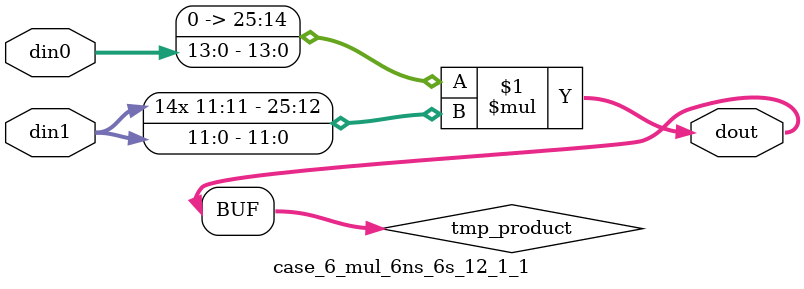
<source format=v>

`timescale 1 ns / 1 ps

 (* use_dsp = "no" *)  module case_6_mul_6ns_6s_12_1_1(din0, din1, dout);
parameter ID = 1;
parameter NUM_STAGE = 0;
parameter din0_WIDTH = 14;
parameter din1_WIDTH = 12;
parameter dout_WIDTH = 26;

input [din0_WIDTH - 1 : 0] din0; 
input [din1_WIDTH - 1 : 0] din1; 
output [dout_WIDTH - 1 : 0] dout;

wire signed [dout_WIDTH - 1 : 0] tmp_product;

























assign tmp_product = $signed({1'b0, din0}) * $signed(din1);










assign dout = tmp_product;





















endmodule

</source>
